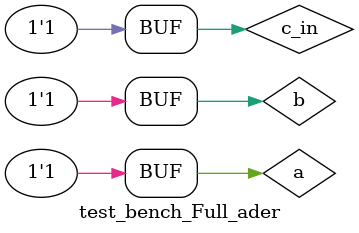
<source format=v>
module test_bench_Full_ader;
	
	reg a,b,c_in;
	wire sum,carry;
	
Full_adder uut(.a(a),.b(b),.c_in(c_in),.sum(sum),.carry(carry));

initial begin

	$dumpfile("FA_tb.vcd");
    $dumpvars(0,test_bench_Full_ader); // tb module name
		  a=0; b=0; c_in=0;
    #100 a=0; b=0; c_in=1;
    #100 a=0; b=1; c_in=0;
    #100 a=0; b=1; c_in=1;
	 #100 a=1; b=0; c_in=0;
    #100 a=1; b=0; c_in=1;
    #100 a=1; b=1; c_in=0;
	 #100 a=1; b=1; c_in=1;
	end
endmodule	 

</source>
